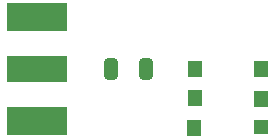
<source format=gbr>
%TF.GenerationSoftware,KiCad,Pcbnew,8.0.3*%
%TF.CreationDate,2024-07-19T13:19:08+02:00*%
%TF.ProjectId,Konwerter_impendancji.kicad_3_pcb,4b6f6e77-6572-4746-9572-5f696d70656e,rev?*%
%TF.SameCoordinates,Original*%
%TF.FileFunction,Paste,Top*%
%TF.FilePolarity,Positive*%
%FSLAX46Y46*%
G04 Gerber Fmt 4.6, Leading zero omitted, Abs format (unit mm)*
G04 Created by KiCad (PCBNEW 8.0.3) date 2024-07-19 13:19:08*
%MOMM*%
%LPD*%
G01*
G04 APERTURE LIST*
G04 Aperture macros list*
%AMRoundRect*
0 Rectangle with rounded corners*
0 $1 Rounding radius*
0 $2 $3 $4 $5 $6 $7 $8 $9 X,Y pos of 4 corners*
0 Add a 4 corners polygon primitive as box body*
4,1,4,$2,$3,$4,$5,$6,$7,$8,$9,$2,$3,0*
0 Add four circle primitives for the rounded corners*
1,1,$1+$1,$2,$3*
1,1,$1+$1,$4,$5*
1,1,$1+$1,$6,$7*
1,1,$1+$1,$8,$9*
0 Add four rect primitives between the rounded corners*
20,1,$1+$1,$2,$3,$4,$5,0*
20,1,$1+$1,$4,$5,$6,$7,0*
20,1,$1+$1,$6,$7,$8,$9,0*
20,1,$1+$1,$8,$9,$2,$3,0*%
G04 Aperture macros list end*
%ADD10RoundRect,0.250000X0.325000X0.650000X-0.325000X0.650000X-0.325000X-0.650000X0.325000X-0.650000X0*%
%ADD11R,1.200000X1.350000*%
%ADD12R,1.200000X1.300000*%
%ADD13R,5.080000X2.290000*%
%ADD14R,5.080000X2.420000*%
G04 APERTURE END LIST*
D10*
%TO.C,C1*%
X116425000Y-104817500D03*
X113475000Y-104817500D03*
%TD*%
D11*
%TO.C,TR1*%
X120540000Y-104810000D03*
X120550000Y-107300000D03*
X120530000Y-109780000D03*
D12*
X126190000Y-109740000D03*
D11*
X126190000Y-107310000D03*
X126190000Y-104770000D03*
%TD*%
D13*
%TO.C,J1*%
X107160000Y-104817500D03*
D14*
X107160000Y-100437500D03*
X107160000Y-109197500D03*
%TD*%
M02*

</source>
